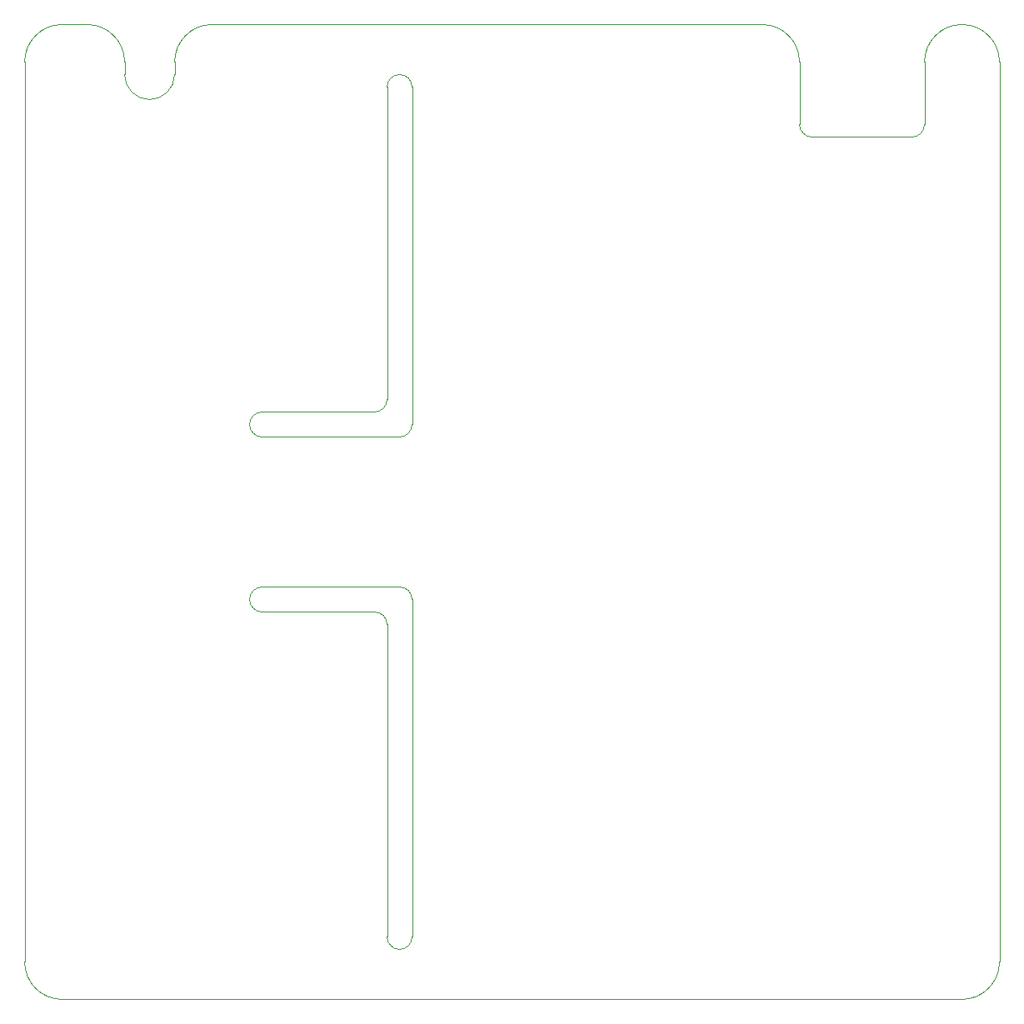
<source format=gbr>
%TF.GenerationSoftware,KiCad,Pcbnew,8.0.4-8.0.4-0~ubuntu22.04.1*%
%TF.CreationDate,2024-08-07T21:55:50+03:00*%
%TF.ProjectId,PM-RQ8,504d2d52-5138-42e6-9b69-6361645f7063,rev?*%
%TF.SameCoordinates,Original*%
%TF.FileFunction,Profile,NP*%
%FSLAX46Y46*%
G04 Gerber Fmt 4.6, Leading zero omitted, Abs format (unit mm)*
G04 Created by KiCad (PCBNEW 8.0.4-8.0.4-0~ubuntu22.04.1) date 2024-08-07 21:55:50*
%MOMM*%
%LPD*%
G01*
G04 APERTURE LIST*
%TA.AperFunction,Profile*%
%ADD10C,0.050000*%
%TD*%
G04 APERTURE END LIST*
D10*
X3810000Y-99060000D02*
G75*
G02*
X0Y-95250000I0J3810000D01*
G01*
X80010000Y-11430000D02*
X90170000Y-11430000D01*
X24130000Y-57150000D02*
X38100000Y-57150000D01*
X95250000Y-99060000D02*
X3810000Y-99060000D01*
X39370000Y-40640000D02*
X39370000Y-6350000D01*
X10160000Y-5080000D02*
X10160000Y-3810000D01*
X15240000Y-3810000D02*
X15240000Y-5080000D01*
X74930000Y0D02*
G75*
G02*
X78740000Y-3810000I0J-3810000D01*
G01*
X0Y-95250000D02*
X0Y-3810000D01*
X35560000Y-39370000D02*
X24130000Y-39370000D01*
X6350000Y0D02*
G75*
G02*
X10160000Y-3810000I0J-3810000D01*
G01*
X38100000Y-57150000D02*
G75*
G02*
X39370000Y-58420000I0J-1270000D01*
G01*
X80010000Y-11430000D02*
G75*
G02*
X78740000Y-10160000I0J1270000D01*
G01*
X99060000Y-95250000D02*
G75*
G02*
X95250000Y-99060000I-3810000J0D01*
G01*
X91440000Y-10160000D02*
G75*
G02*
X90170000Y-11430000I-1270000J0D01*
G01*
X24130000Y-59690000D02*
G75*
G02*
X22860000Y-58420000I0J1270000D01*
G01*
X0Y-3810000D02*
G75*
G02*
X3810000Y0I3810000J0D01*
G01*
X19050000Y0D02*
X74930000Y0D01*
X35560000Y-59690000D02*
G75*
G02*
X36830000Y-60960000I0J-1270000D01*
G01*
X36830000Y-92710000D02*
X36830000Y-60960000D01*
X91440000Y-3810000D02*
G75*
G02*
X95250000Y0I3810000J0D01*
G01*
X12700000Y-7620000D02*
G75*
G02*
X10160000Y-5080000I0J2540000D01*
G01*
X38100000Y-5080000D02*
G75*
G02*
X39370000Y-6350000I0J-1270000D01*
G01*
X36830000Y-6350000D02*
G75*
G02*
X38100000Y-5080000I1270000J0D01*
G01*
X39370000Y-92710000D02*
G75*
G02*
X38100000Y-93980000I-1270000J0D01*
G01*
X36830000Y-38100000D02*
G75*
G02*
X35560000Y-39370000I-1270000J0D01*
G01*
X39370000Y-40640000D02*
G75*
G02*
X38100000Y-41910000I-1270000J0D01*
G01*
X15240000Y-5080000D02*
G75*
G02*
X12700000Y-7620000I-2540000J0D01*
G01*
X15240000Y-3810000D02*
G75*
G02*
X19050000Y0I3810000J0D01*
G01*
X78740000Y-3810000D02*
X78740000Y-10160000D01*
X38100000Y-93980000D02*
G75*
G02*
X36830000Y-92710000I0J1270000D01*
G01*
X24130000Y-41910000D02*
X38100000Y-41910000D01*
X22860000Y-40640000D02*
G75*
G02*
X24130000Y-39370000I1270000J0D01*
G01*
X91440000Y-3810000D02*
X91440000Y-10160000D01*
X22860000Y-58420000D02*
G75*
G02*
X24130000Y-57150000I1270000J0D01*
G01*
X99060000Y-3810000D02*
X99060000Y-95250000D01*
X36830000Y-6350000D02*
X36830000Y-38100000D01*
X35560000Y-59690000D02*
X24130000Y-59690000D01*
X24130000Y-41910000D02*
G75*
G02*
X22860000Y-40640000I0J1270000D01*
G01*
X39370000Y-58420000D02*
X39370000Y-92710000D01*
X3810000Y0D02*
X6350000Y0D01*
X95250000Y0D02*
G75*
G02*
X99060000Y-3810000I0J-3810000D01*
G01*
M02*

</source>
